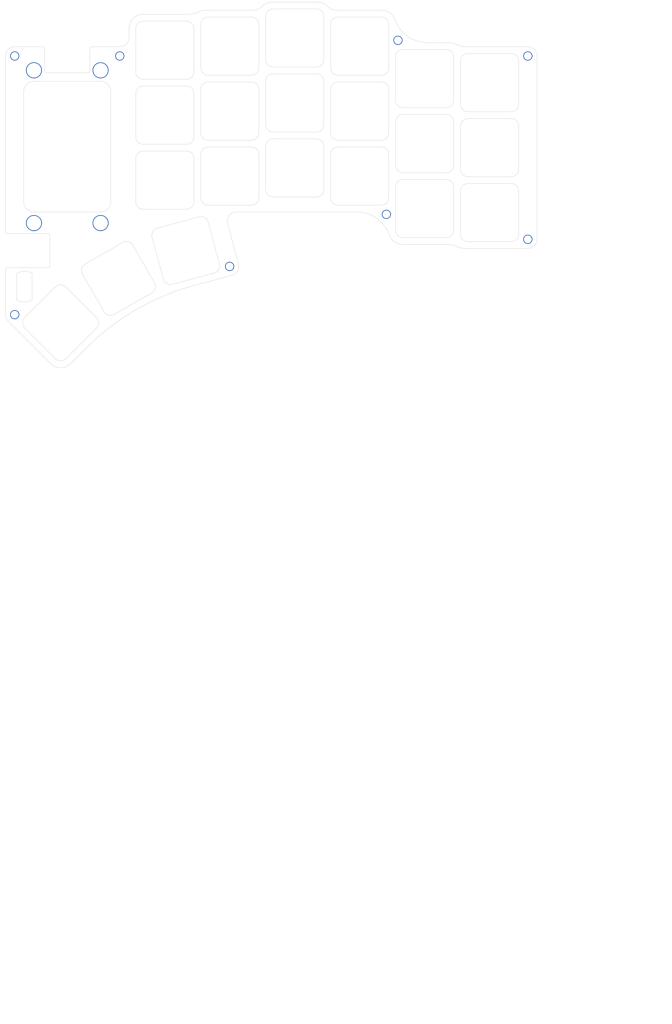
<source format=kicad_pcb>
(kicad_pcb (version 20221018) (generator pcbnew)
  (layers (0 "F.Cu" signal) (31 "B.Cu" signal) (34 "B.Paste" user) (35 "F.Paste" user) (36 "B.SilkS" user "B.Silkscreen") (37 "F.SilkS" user "F.Silkscreen") (38 "B.Mask" user) (39 "F.Mask" user) (44 "Edge.Cuts" user))
  (net 0 "")
  (footprint "DreaM117er-keebLibrary:MAC8_TH0816-XX-M2-NPTHhole" (layer "F.Cu") (at 92.434334 49.580513)
    (fp_text reference "S11" hide)
    (fp_text value "M2-0.8mm")
    (pad "" thru_hole circle (at 0 0) (size 4.7 4.7) (drill 4.2) (layers "*.Cu" "*.Mask"))
  )
  (footprint "MountingHole:MountingHole_2.2mm_M2_DIN965" (layer "F.Cu") (at 199.21945 40.789513 45)
    (fp_text reference "S3" hide)
    (fp_text value "M2-0.8mm")
    (pad "" thru_hole circle (at 0 0 45) (size 2.7 2.7) (drill 2.2) (layers "*.Cu" "*.Mask"))
  )
  (footprint "DreaM117er-keebLibrary:SW_Kailh_PG1316S_Hole_1.00u" (layer "F.Cu") (at 226.094902 72.255513)
    (fp_text reference "H2")
    (fp_text value "PG1316S")
    (fp_line (start -8.525 6.375) (end -8.525 -6.375) (stroke (width 0.1)) (layer "Edge.Cuts"))
    (fp_line (start -6.375 8.525) (end 6.375 8.525) (stroke (width 0.1)) (layer "Edge.Cuts"))
    (fp_line (start 6.375 -8.525) (end -6.375 -8.525) (stroke (width 0.1)) (layer "Edge.Cuts"))
    (fp_line (start 8.525 6.375) (end 8.525 -6.375) (stroke (width 0.1)) (layer "Edge.Cuts"))
    (fp_arc (start -8.525 -6.375) (mid -7.89528 -7.89528) (end -6.375 -8.525) (stroke (width 0.1)) (layer "Edge.Cuts"))
    (fp_arc (start -6.375 8.525) (mid -7.89528 7.89528) (end -8.525 6.375) (stroke (width 0.1)) (layer "Edge.Cuts"))
    (fp_arc (start 6.375 -8.525) (mid 7.89528 -7.89528) (end 8.525 -6.375) (stroke (width 0.1)) (layer "Edge.Cuts"))
    (fp_arc (start 8.525 6.375) (mid 7.89528 7.89528) (end 6.375 8.525) (stroke (width 0.1)) (layer "Edge.Cuts"))
  )
  (footprint "DreaM117er-keebLibrary:MAC8_TH0816-XX-M2-NPTHhole" (layer "F.Cu") (at 92.434334 94.368513)
    (fp_text reference "S12" hide)
    (fp_text value "M2-0.8mm")
    (pad "" thru_hole circle (at 0 0) (size 4.7 4.7) (drill 4.2) (layers "*.Cu" "*.Mask"))
  )
  (footprint "DreaM117er-keebLibrary:SW_Kailh_PG1316S_Hole_1.00u" (layer "F.Cu") (at 168.944902 59.158513)
    (fp_text reference "H11")
    (fp_text value "PG1316S")
    (fp_line (start -8.525 6.375) (end -8.525 -6.375) (stroke (width 0.1)) (layer "Edge.Cuts"))
    (fp_line (start -6.375 8.525) (end 6.375 8.525) (stroke (width 0.1)) (layer "Edge.Cuts"))
    (fp_line (start 6.375 -8.525) (end -6.375 -8.525) (stroke (width 0.1)) (layer "Edge.Cuts"))
    (fp_line (start 8.525 6.375) (end 8.525 -6.375) (stroke (width 0.1)) (layer "Edge.Cuts"))
    (fp_arc (start -8.525 -6.375) (mid -7.89528 -7.89528) (end -6.375 -8.525) (stroke (width 0.1)) (layer "Edge.Cuts"))
    (fp_arc (start -6.375 8.525) (mid -7.89528 7.89528) (end -8.525 6.375) (stroke (width 0.1)) (layer "Edge.Cuts"))
    (fp_arc (start 6.375 -8.525) (mid 7.89528 -7.89528) (end 8.525 -6.375) (stroke (width 0.1)) (layer "Edge.Cuts"))
    (fp_arc (start 8.525 6.375) (mid 7.89528 7.89528) (end 6.375 8.525) (stroke (width 0.1)) (layer "Edge.Cuts"))
  )
  (footprint "DreaM117er-keebLibrary:SW_Kailh_PG1316S_Hole_1.00u" (layer "F.Cu") (at 149.894902 61.539513)
    (fp_text reference "H15")
    (fp_text value "PG1316S")
    (fp_line (start -8.525 6.375) (end -8.525 -6.375) (stroke (width 0.1)) (layer "Edge.Cuts"))
    (fp_line (start -6.375 8.525) (end 6.375 8.525) (stroke (width 0.1)) (layer "Edge.Cuts"))
    (fp_line (start 6.375 -8.525) (end -6.375 -8.525) (stroke (width 0.1)) (layer "Edge.Cuts"))
    (fp_line (start 8.525 6.375) (end 8.525 -6.375) (stroke (width 0.1)) (layer "Edge.Cuts"))
    (fp_arc (start -8.525 -6.375) (mid -7.89528 -7.89528) (end -6.375 -8.525) (stroke (width 0.1)) (layer "Edge.Cuts"))
    (fp_arc (start -6.375 8.525) (mid -7.89528 7.89528) (end -8.525 6.375) (stroke (width 0.1)) (layer "Edge.Cuts"))
    (fp_arc (start 6.375 -8.525) (mid 7.89528 -7.89528) (end 8.525 -6.375) (stroke (width 0.1)) (layer "Edge.Cuts"))
    (fp_arc (start 8.525 6.375) (mid 7.89528 7.89528) (end 6.375 8.525) (stroke (width 0.1)) (layer "Edge.Cuts"))
  )
  (footprint "DreaM117er-keebLibrary:SW_Kailh_PG1316S_Hole_1.00u" (layer "F.Cu") (at 130.844902 81.780513)
    (fp_text reference "H20")
    (fp_text value "PG1316S")
    (fp_line (start -8.525 6.375) (end -8.525 -6.375) (stroke (width 0.1)) (layer "Edge.Cuts"))
    (fp_line (start -6.375 8.525) (end 6.375 8.525) (stroke (width 0.1)) (layer "Edge.Cuts"))
    (fp_line (start 6.375 -8.525) (end -6.375 -8.525) (stroke (width 0.1)) (layer "Edge.Cuts"))
    (fp_line (start 8.525 6.375) (end 8.525 -6.375) (stroke (width 0.1)) (layer "Edge.Cuts"))
    (fp_arc (start -8.525 -6.375) (mid -7.89528 -7.89528) (end -6.375 -8.525) (stroke (width 0.1)) (layer "Edge.Cuts"))
    (fp_arc (start -6.375 8.525) (mid -7.89528 7.89528) (end -8.525 6.375) (stroke (width 0.1)) (layer "Edge.Cuts"))
    (fp_arc (start 6.375 -8.525) (mid 7.89528 -7.89528) (end 8.525 -6.375) (stroke (width 0.1)) (layer "Edge.Cuts"))
    (fp_arc (start 8.525 6.375) (mid 7.89528 7.89528) (end 6.375 8.525) (stroke (width 0.1)) (layer "Edge.Cuts"))
  )
  (footprint "DreaM117er-keebLibrary:SW_Kailh_PG1316S_Hole_1.00u" (layer "F.Cu") (at 100.265611 123.62 45)
    (fp_text reference "H21")
    (fp_text value "PG1316S")
    (fp_line (start -8.525 6.375) (end -8.525 -6.375) (stroke (width 0.1)) (layer "Edge.Cuts"))
    (fp_line (start -6.375 8.525) (end 6.375 8.525) (stroke (width 0.1)) (layer "Edge.Cuts"))
    (fp_line (start 6.375 -8.525) (end -6.375 -8.525) (stroke (width 0.1)) (layer "Edge.Cuts"))
    (fp_line (start 8.525 6.375) (end 8.525 -6.375) (stroke (width 0.1)) (layer "Edge.Cuts"))
    (fp_arc (start -8.525 -6.375) (mid -7.89528 -7.89528) (end -6.375 -8.525) (stroke (width 0.1)) (layer "Edge.Cuts"))
    (fp_arc (start -6.375 8.525) (mid -7.89528 7.89528) (end -8.525 6.375) (stroke (width 0.1)) (layer "Edge.Cuts"))
    (fp_arc (start 6.375 -8.525) (mid 7.89528 -7.89528) (end 8.525 -6.375) (stroke (width 0.1)) (layer "Edge.Cuts"))
    (fp_arc (start 8.525 6.375) (mid 7.89528 7.89528) (end 6.375 8.525) (stroke (width 0.1)) (layer "Edge.Cuts"))
  )
  (footprint "DreaM117er-keebLibrary:MAC8_TH0816-XX-M2-NPTHhole" (layer "F.Cu") (at 111.98145 49.580513)
    (fp_text reference "S9" hide)
    (fp_text value "M2-0.8mm")
    (pad "" thru_hole circle (at 0 0) (size 4.7 4.7) (drill 4.2) (layers "*.Cu" "*.Mask"))
  )
  (footprint "MountingHole:MountingHole_2.2mm_M2_DIN965" (layer "F.Cu") (at 237.31945 99.130513)
    (fp_text reference "S5" hide)
    (fp_text value "M2-0.8mm")
    (pad "" thru_hole circle (at 0 0) (size 2.7 2.7) (drill 2.2) (layers "*.Cu" "*.Mask"))
  )
  (footprint "DreaM117er-keebLibrary:SW_Kailh_PG1316S_Hole_1.00u" (layer "F.Cu") (at 187.994902 61.539513)
    (fp_text reference "H8")
    (fp_text value "PG1316S")
    (fp_line (start -8.525 6.375) (end -8.525 -6.375) (stroke (width 0.1)) (layer "Edge.Cuts"))
    (fp_line (start -6.375 8.525) (end 6.375 8.525) (stroke (width 0.1)) (layer "Edge.Cuts"))
    (fp_line (start 6.375 -8.525) (end -6.375 -8.525) (stroke (width 0.1)) (layer "Edge.Cuts"))
    (fp_line (start 8.525 6.375) (end 8.525 -6.375) (stroke (width 0.1)) (layer "Edge.Cuts"))
    (fp_arc (start -8.525 -6.375) (mid -7.89528 -7.89528) (end -6.375 -8.525) (stroke (width 0.1)) (layer "Edge.Cuts"))
    (fp_arc (start -6.375 8.525) (mid -7.89528 7.89528) (end -8.525 6.375) (stroke (width 0.1)) (layer "Edge.Cuts"))
    (fp_arc (start 6.375 -8.525) (mid 7.89528 -7.89528) (end 8.525 -6.375) (stroke (width 0.1)) (layer "Edge.Cuts"))
    (fp_arc (start 8.525 6.375) (mid 7.89528 7.89528) (end 6.375 8.525) (stroke (width 0.1)) (layer "Edge.Cuts"))
  )
  (footprint "DreaM117er-keebLibrary:SW_Kailh_PG1316S_Hole_1.00u" (layer "F.Cu") (at 168.944902 40.108513)
    (fp_text reference "H10")
    (fp_text value "PG1316S")
    (fp_line (start -8.525 6.375) (end -8.525 -6.375) (stroke (width 0.1)) (layer "Edge.Cuts"))
    (fp_line (start -6.375 8.525) (end 6.375 8.525) (stroke (width 0.1)) (layer "Edge.Cuts"))
    (fp_line (start 6.375 -8.525) (end -6.375 -8.525) (stroke (width 0.1)) (layer "Edge.Cuts"))
    (fp_line (start 8.525 6.375) (end 8.525 -6.375) (stroke (width 0.1)) (layer "Edge.Cuts"))
    (fp_arc (start -8.525 -6.375) (mid -7.89528 -7.89528) (end -6.375 -8.525) (stroke (width 0.1)) (layer "Edge.Cuts"))
    (fp_arc (start -6.375 8.525) (mid -7.89528 7.89528) (end -8.525 6.375) (stroke (width 0.1)) (layer "Edge.Cuts"))
    (fp_arc (start 6.375 -8.525) (mid 7.89528 -7.89528) (end 8.525 -6.375) (stroke (width 0.1)) (layer "Edge.Cuts"))
    (fp_arc (start 8.525 6.375) (mid 7.89528 7.89528) (end 6.375 8.525) (stroke (width 0.1)) (layer "Edge.Cuts"))
  )
  (footprint "DreaM117er-keebLibrary:SW_Kailh_PG1316S_Hole_1.00u" (layer "F.Cu") (at 130.844902 62.730513)
    (fp_text reference "H19")
    (fp_text value "PG1316S")
    (fp_line (start -8.525 6.375) (end -8.525 -6.375) (stroke (width 0.1)) (layer "Edge.Cuts"))
    (fp_line (start -6.375 8.525) (end 6.375 8.525) (stroke (width 0.1)) (layer "Edge.Cuts"))
    (fp_line (start 6.375 -8.525) (end -6.375 -8.525) (stroke (width 0.1)) (layer "Edge.Cuts"))
    (fp_line (start 8.525 6.375) (end 8.525 -6.375) (stroke (width 0.1)) (layer "Edge.Cuts"))
    (fp_arc (start -8.525 -6.375) (mid -7.89528 -7.89528) (end -6.375 -8.525) (stroke (width 0.1)) (layer "Edge.Cuts"))
    (fp_arc (start -6.375 8.525) (mid -7.89528 7.89528) (end -8.525 6.375) (stroke (width 0.1)) (layer "Edge.Cuts"))
    (fp_arc (start 6.375 -8.525) (mid 7.89528 -7.89528) (end 8.525 -6.375) (stroke (width 0.1)) (layer "Edge.Cuts"))
    (fp_arc (start 8.525 6.375) (mid 7.89528 7.89528) (end 6.375 8.525) (stroke (width 0.1)) (layer "Edge.Cuts"))
  )
  (footprint "MountingHole:MountingHole_2.2mm_M2_DIN965" (layer "F.Cu") (at 149.837246 107.082069 15)
    (fp_text reference "S7" hide)
    (fp_text value "M2-0.8mm")
    (pad "" thru_hole circle (at 0 0 15) (size 2.7 2.7) (drill 2.2) (layers "*.Cu" "*.Mask"))
  )
  (footprint "DreaM117er-keebLibrary:SW_Kailh_PG1316S_Hole_1.00u" (layer "F.Cu") (at 130.844902 43.680513)
    (fp_text reference "H18")
    (fp_text value "PG1316S")
    (fp_line (start -8.525 6.375) (end -8.525 -6.375) (stroke (width 0.1)) (layer "Edge.Cuts"))
    (fp_line (start -6.375 8.525) (end 6.375 8.525) (stroke (width 0.1)) (layer "Edge.Cuts"))
    (fp_line (start 6.375 -8.525) (end -6.375 -8.525) (stroke (width 0.1)) (layer "Edge.Cuts"))
    (fp_line (start 8.525 6.375) (end 8.525 -6.375) (stroke (width 0.1)) (layer "Edge.Cuts"))
    (fp_arc (start -8.525 -6.375) (mid -7.89528 -7.89528) (end -6.375 -8.525) (stroke (width 0.1)) (layer "Edge.Cuts"))
    (fp_arc (start -6.375 8.525) (mid -7.89528 7.89528) (end -8.525 6.375) (stroke (width 0.1)) (layer "Edge.Cuts"))
    (fp_arc (start 6.375 -8.525) (mid 7.89528 -7.89528) (end 8.525 -6.375) (stroke (width 0.1)) (layer "Edge.Cuts"))
    (fp_arc (start 8.525 6.375) (mid 7.89528 7.89528) (end 6.375 8.525) (stroke (width 0.1)) (layer "Edge.Cuts"))
  )
  (footprint "MountingHole:MountingHole_2.2mm_M2_DIN965" (layer "F.Cu") (at 86.795334 121.215729 135)
    (fp_text reference "S8" hide)
    (fp_text value "M2-0.8mm")
    (pad "" thru_hole circle (at 0 0 135) (size 2.7 2.7) (drill 2.2) (layers "*.Cu" "*.Mask"))
  )
  (footprint "DreaM117er-keebLibrary:SW_Kailh_PG1316S_Hole_1.00u" (layer "F.Cu") (at 149.894902 42.489513)
    (fp_text reference "H14")
    (fp_text value "PG1316S")
    (fp_line (start -8.525 6.375) (end -8.525 -6.375) (stroke (width 0.1)) (layer "Edge.Cuts"))
    (fp_line (start -6.375 8.525) (end 6.375 8.525) (stroke (width 0.1)) (layer "Edge.Cuts"))
    (fp_line (start 6.375 -8.525) (end -6.375 -8.525) (stroke (width 0.1)) (layer "Edge.Cuts"))
    (fp_line (start 8.525 6.375) (end 8.525 -6.375) (stroke (width 0.1)) (layer "Edge.Cuts"))
    (fp_arc (start -8.525 -6.375) (mid -7.89528 -7.89528) (end -6.375 -8.525) (stroke (width 0.1)) (layer "Edge.Cuts"))
    (fp_arc (start -6.375 8.525) (mid -7.89528 7.89528) (end -8.525 6.375) (stroke (width 0.1)) (layer "Edge.Cuts"))
    (fp_arc (start 6.375 -8.525) (mid 7.89528 -7.89528) (end 8.525 -6.375) (stroke (width 0.1)) (layer "Edge.Cuts"))
    (fp_arc (start 8.525 6.375) (mid 7.89528 7.89528) (end 6.375 8.525) (stroke (width 0.1)) (layer "Edge.Cuts"))
  )
  (footprint "DreaM117er-keebLibrary:SW_Kailh_PG1316S_Hole_1.00u" (layer "F.Cu") (at 168.944902 78.208513)
    (fp_text reference "H12")
    (fp_text value "PG1316S")
    (fp_line (start -8.525 6.375) (end -8.525 -6.375) (stroke (width 0.1)) (layer "Edge.Cuts"))
    (fp_line (start -6.375 8.525) (end 6.375 8.525) (stroke (width 0.1)) (layer "Edge.Cuts"))
    (fp_line (start 6.375 -8.525) (end -6.375 -8.525) (stroke (width 0.1)) (layer "Edge.Cuts"))
    (fp_line (start 8.525 6.375) (end 8.525 -6.375) (stroke (width 0.1)) (layer "Edge.Cuts"))
    (fp_arc (start -8.525 -6.375) (mid -7.89528 -7.89528) (end -6.375 -8.525) (stroke (width 0.1)) (layer "Edge.Cuts"))
    (fp_arc (start -6.375 8.525) (mid -7.89528 7.89528) (end -8.525 6.375) (stroke (width 0.1)) (layer "Edge.Cuts"))
    (fp_arc (start 6.375 -8.525) (mid 7.89528 -7.89528) (end 8.525 -6.375) (stroke (width 0.1)) (layer "Edge.Cuts"))
    (fp_arc (start 8.525 6.375) (mid 7.89528 7.89528) (end 6.375 8.525) (stroke (width 0.1)) (layer "Edge.Cuts"))
  )
  (footprint "DreaM117er-keebLibrary:SW_Kailh_PG1316S_Hole_1.00u" (layer "F.Cu") (at 187.994902 42.489513)
    (fp_text reference "H7")
    (fp_text value "PG1316S")
    (fp_line (start -8.525 6.375) (end -8.525 -6.375) (stroke (width 0.1)) (layer "Edge.Cuts"))
    (fp_line (start -6.375 8.525) (end 6.375 8.525) (stroke (width 0.1)) (layer "Edge.Cuts"))
    (fp_line (start 6.375 -8.525) (end -6.375 -8.525) (stroke (width 0.1)) (layer "Edge.Cuts"))
    (fp_line (start 8.525 6.375) (end 8.525 -6.375) (stroke (width 0.1)) (layer "Edge.Cuts"))
    (fp_arc (start -8.525 -6.375) (mid -7.89528 -7.89528) (end -6.375 -8.525) (stroke (width 0.1)) (layer "Edge.Cuts"))
    (fp_arc (start -6.375 8.525) (mid -7.89528 7.89528) (end -8.525 6.375) (stroke (width 0.1)) (layer "Edge.Cuts"))
    (fp_arc (start 6.375 -8.525) (mid 7.89528 -7.89528) (end 8.525 -6.375) (stroke (width 0.1)) (layer "Edge.Cuts"))
    (fp_arc (start 8.525 6.375) (mid 7.89528 7.89528) (end 6.375 8.525) (stroke (width 0.1)) (layer "Edge.Cuts"))
  )
  (footprint "DreaM117er-keebLibrary:SW_Kailh_PG1316S_Hole_1.00u" (layer "F.Cu") (at 117.222641 110.608361 30)
    (fp_text reference "H17")
    (fp_text value "PG1316S")
    (fp_line (start -8.525 6.375) (end -8.525 -6.375) (stroke (width 0.1)) (layer "Edge.Cuts"))
    (fp_line (start -6.375 8.525) (end 6.375 8.525) (stroke (width 0.1)) (layer "Edge.Cuts"))
    (fp_line (start 6.375 -8.525) (end -6.375 -8.525) (stroke (width 0.1)) (layer "Edge.Cuts"))
    (fp_line (start 8.525 6.375) (end 8.525 -6.375) (stroke (width 0.1)) (layer "Edge.Cuts"))
    (fp_arc (start -8.525 -6.375) (mid -7.89528 -7.89528) (end -6.375 -8.525) (stroke (width 0.1)) (layer "Edge.Cuts"))
    (fp_arc (start -6.375 8.525) (mid -7.89528 7.89528) (end -8.525 6.375) (stroke (width 0.1)) (layer "Edge.Cuts"))
    (fp_arc (start 6.375 -8.525) (mid 7.89528 -7.89528) (end 8.525 -6.375) (stroke (width 0.1)) (layer "Edge.Cuts"))
    (fp_arc (start 8.525 6.375) (mid 7.89528 7.89528) (end 6.375 8.525) (stroke (width 0.1)) (layer "Edge.Cuts"))
  )
  (footprint "DreaM117er-keebLibrary:SW_Kailh_PG1316S_Hole_1.00u" (layer "F.Cu") (at 226.094902 53.205513)
    (fp_text reference "H1")
    (fp_text value "PG1316S")
    (fp_line (start -8.525 6.375) (end -8.525 -6.375) (stroke (width 0.1)) (layer "Edge.Cuts"))
    (fp_line (start -6.375 8.525) (end 6.375 8.525) (stroke (width 0.1)) (layer "Edge.Cuts"))
    (fp_line (start 6.375 -8.525) (end -6.375 -8.525) (stroke (width 0.1)) (layer "Edge.Cuts"))
    (fp_line (start 8.525 6.375) (end 8.525 -6.375) (stroke (width 0.1)) (layer "Edge.Cuts"))
    (fp_arc (start -8.525 -6.375) (mid -7.89528 -7.89528) (end -6.375 -8.525) (stroke (width 0.1)) (layer "Edge.Cuts"))
    (fp_arc (start -6.375 8.525) (mid -7.89528 7.89528) (end -8.525 6.375) (stroke (width 0.1)) (layer "Edge.Cuts"))
    (fp_arc (start 6.375 -8.525) (mid 7.89528 -7.89528) (end 8.525 -6.375) (stroke (width 0.1)) (layer "Edge.Cuts"))
    (fp_arc (start 8.525 6.375) (mid 7.89528 7.89528) (end 6.375 8.525) (stroke (width 0.1)) (layer "Edge.Cuts"))
  )
  (footprint "DreaM117er-keebLibrary:SW_Kailh_PG1316S_Hole_1.00u" (layer "F.Cu") (at 136.969359 102.429459 15)
    (fp_text reference "H13")
    (fp_text value "PG1316S")
    (fp_line (start -8.525 6.375) (end -8.525 -6.375) (stroke (width 0.1)) (layer "Edge.Cuts"))
    (fp_line (start -6.375 8.525) (end 6.375 8.525) (stroke (width 0.1)) (layer "Edge.Cuts"))
    (fp_line (start 6.375 -8.525) (end -6.375 -8.525) (stroke (width 0.1)) (layer "Edge.Cuts"))
    (fp_line (start 8.525 6.375) (end 8.525 -6.375) (stroke (width 0.1)) (layer "Edge.Cuts"))
    (fp_arc (start -8.525 -6.375) (mid -7.89528 -7.89528) (end -6.375 -8.525) (stroke (width 0.1)) (layer "Edge.Cuts"))
    (fp_arc (start -6.375 8.525) (mid -7.89528 7.89528) (end -8.525 6.375) (stroke (width 0.1)) (layer "Edge.Cuts"))
    (fp_arc (start 6.375 -8.525) (mid 7.89528 -7.89528) (end 8.525 -6.375) (stroke (width 0.1)) (layer "Edge.Cuts"))
    (fp_arc (start 8.525 6.375) (mid 7.89528 7.89528) (end 6.375 8.525) (stroke (width 0.1)) (layer "Edge.Cuts"))
  )
  (footprint "DreaM117er-keebLibrary:SW_Kailh_PG1316S_Hole_1.00u" (layer "F.Cu") (at 226.094902 91.305513)
    (fp_text reference "H3")
    (fp_text value "PG1316S")
    (fp_line (start -8.525 6.375) (end -8.525 -6.375) (stroke (width 0.1)) (layer "Edge.Cuts"))
    (fp_line (start -6.375 8.525) (end 6.375 8.525) (stroke (width 0.1)) (layer "Edge.Cuts"))
    (fp_line (start 6.375 -8.525) (end -6.375 -8.525) (stroke (width 0.1)) (layer "Edge.Cuts"))
    (fp_line (start 8.525 6.375) (end 8.525 -6.375) (stroke (width 0.1)) (layer "Edge.Cuts"))
    (fp_arc (start -8.525 -6.375) (mid -7.89528 -7.89528) (end -6.375 -8.525) (stroke (width 0.1)) (layer "Edge.Cuts"))
    (fp_arc (start -6.375 8.525) (mid -7.89528 7.89528) (end -8.525 6.375) (stroke (width 0.1)) (layer "Edge.Cuts"))
    (fp_arc (start 6.375 -8.525) (mid 7.89528 -7.89528) (end 8.525 -6.375) (stroke (width 0.1)) (layer "Edge.Cuts"))
    (fp_arc (start 8.525 6.375) (mid 7.89528 7.89528) (end 6.375 8.525) (stroke (width 0.1)) (layer "Edge.Cuts"))
  )
  (footprint "DreaM117er-keebLibrary:MAC8_TH0816-XX-M2-NPTHhole" (layer "F.Cu") (at 111.98145 94.368513)
    (fp_text reference "S10" hide)
    (fp_text value "M2-0.8mm")
    (pad "" thru_hole circle (at 0 0) (size 4.7 4.7) (drill 4.2) (layers "*.Cu" "*.Mask"))
  )
  (footprint "DreaM117er-keebLibrary:SW_Kailh_PG1316S_Hole_1.00u" (layer "F.Cu") (at 187.994902 80.589513)
    (fp_text reference "H9")
    (fp_text value "PG1316S")
    (fp_line (start -8.525 6.375) (end -8.525 -6.375) (stroke (width 0.1)) (layer "Edge.Cuts"))
    (fp_line (start -6.375 8.525) (end 6.375 8.525) (stroke (width 0.1)) (layer "Edge.Cuts"))
    (fp_line (start 6.375 -8.525) (end -6.375 -8.525) (stroke (width 0.1)) (layer "Edge.Cuts"))
    (fp_line (start 8.525 6.375) (end 8.525 -6.375) (stroke (width 0.1)) (layer "Edge.Cuts"))
    (fp_arc (start -8.525 -6.375) (mid -7.89528 -7.89528) (end -6.375 -8.525) (stroke (width 0.1)) (layer "Edge.Cuts"))
    (fp_arc (start -6.375 8.525) (mid -7.89528 7.89528) (end -8.525 6.375) (stroke (width 0.1)) (layer "Edge.Cuts"))
    (fp_arc (start 6.375 -8.525) (mid 7.89528 -7.89528) (end 8.525 -6.375) (stroke (width 0.1)) (layer "Edge.Cuts"))
    (fp_arc (start 8.525 6.375) (mid 7.89528 7.89528) (end 6.375 8.525) (stroke (width 0.1)) (layer "Edge.Cuts"))
  )
  (footprint "DreaM117er-keebLibrary:SW_Kailh_PG1316S_Hole_1.00u" (layer "F.Cu") (at 149.894902 80.589513)
    (fp_text reference "H16")
    (fp_text value "PG1316S")
    (fp_line (start -8.525 6.375) (end -8.525 -6.375) (stroke (width 0.1)) (layer "Edge.Cuts"))
    (fp_line (start -6.375 8.525) (end 6.375 8.525) (stroke (width 0.1)) (layer "Edge.Cuts"))
    (fp_line (start 6.375 -8.525) (end -6.375 -8.525) (stroke (width 0.1)) (layer "Edge.Cuts"))
    (fp_line (start 8.525 6.375) (end 8.525 -6.375) (stroke (width 0.1)) (layer "Edge.Cuts"))
    (fp_arc (start -8.525 -6.375) (mid -7.89528 -7.89528) (end -6.375 -8.525) (stroke (width 0.1)) (layer "Edge.Cuts"))
    (fp_arc (start -6.375 8.525) (mid -7.89528 7.89528) (end -8.525 6.375) (stroke (width 0.1)) (layer "Edge.Cuts"))
    (fp_arc (start 6.375 -8.525) (mid 7.89528 -7.89528) (end 8.525 -6.375) (stroke (width 0.1)) (layer "Edge.Cuts"))
    (fp_arc (start 8.525 6.375) (mid 7.89528 7.89528) (end 6.375 8.525) (stroke (width 0.1)) (layer "Edge.Cuts"))
  )
  (footprint "MountingHole:MountingHole_2.2mm_M2_DIN965" (layer "F.Cu") (at 86.795334 45.380513)
    (fp_text reference "S1" hide)
    (fp_text value "M2-0.8mm")
    (pad "" thru_hole circle (at 0 0) (size 2.7 2.7) (drill 2.2) (layers "*.Cu" "*.Mask"))
  )
  (footprint "DreaM117er-keebLibrary:SW_Kailh_PG1316S_Hole_1.00u" (layer "F.Cu") (at 207.044902 90.114513)
    (fp_text reference "H6")
    (fp_text value "PG1316S")
    (fp_line (start -8.525 6.375) (end -8.525 -6.375) (stroke (width 0.1)) (layer "Edge.Cuts"))
    (fp_line (start -6.375 8.525) (end 6.375 8.525) (stroke (width 0.1)) (layer "Edge.Cuts"))
    (fp_line (start 6.375 -8.525) (end -6.375 -8.525) (stroke (width 0.1)) (layer "Edge.Cuts"))
    (fp_line (start 8.525 6.375) (end 8.525 -6.375) (stroke (width 0.1)) (layer "Edge.Cuts"))
    (fp_arc (start -8.525 -6.375) (mid -7.89528 -7.89528) (end -6.375 -8.525) (stroke (width 0.1)) (layer "Edge.Cuts"))
    (fp_arc (start -6.375 8.525) (mid -7.89528 7.89528) (end -8.525 6.375) (stroke (width 0.1)) (layer "Edge.Cuts"))
    (fp_arc (start 6.375 -8.525) (mid 7.89528 -7.89528) (end 8.525 -6.375) (stroke (width 0.1)) (layer "Edge.Cuts"))
    (fp_arc (start 8.525 6.375) (mid 7.89528 7.89528) (end 6.375 8.525) (stroke (width 0.1)) (layer "Edge.Cuts"))
  )
  (footprint "MountingHole:MountingHole_2.2mm_M2_DIN965" (layer "F.Cu") (at 195.820352 91.814513 -135)
    (fp_text reference "S6" hide)
    (fp_text value "M2-0.8mm")
    (pad "" thru_hole circle (at 0 0 225) (size 2.7 2.7) (drill 2.2) (layers "*.Cu" "*.Mask"))
  )
  (footprint "MountingHole:MountingHole_2.2mm_M2_DIN965" (layer "F.Cu") (at 117.62045 45.380513)
    (fp_text reference "S2" hide)
    (fp_text value "M2-0.8mm")
    (pad "" thru_hole circle (at 0 0) (size 2.7 2.7) (drill 2.2) (layers "*.Cu" "*.Mask"))
  )
  (footprint "DreaM117er-keebLibrary:SW_Kailh_PG1316S_Hole_1.00u" (layer "F.Cu") (at 207.044902 52.014513)
    (fp_text reference "H4")
    (fp_text value "PG1316S")
    (fp_line (start -8.525 6.375) (end -8.525 -6.375) (stroke (width 0.1)) (layer "Edge.Cuts"))
    (fp_line (start -6.375 8.525) (end 6.375 8.525) (stroke (width 0.1)) (layer "Edge.Cuts"))
    (fp_line (start 6.375 -8.525) (end -6.375 -8.525) (stroke (width 0.1)) (layer "Edge.Cuts"))
    (fp_line (start 8.525 6.375) (end 8.525 -6.375) (stroke (width 0.1)) (layer "Edge.Cuts"))
    (fp_arc (start -8.525 -6.375) (mid -7.89528 -7.89528) (end -6.375 -8.525) (stroke (width 0.1)) (layer "Edge.Cuts"))
    (fp_arc (start -6.375 8.525) (mid -7.89528 7.89528) (end -8.525 6.375) (stroke (width 0.1)) (layer "Edge.Cuts"))
    (fp_arc (start 6.375 -8.525) (mid 7.89528 -7.89528) (end 8.525 -6.375) (stroke (width 0.1)) (layer "Edge.Cuts"))
    (fp_arc (start 8.525 6.375) (mid 7.89528 7.89528) (end 6.375 8.525) (stroke (width 0.1)) (layer "Edge.Cuts"))
  )
  (footprint "MountingHole:MountingHole_2.2mm_M2_DIN965" (layer "F.Cu") (at 237.31945 45.380513)
    (fp_text reference "S4" hide)
    (fp_text value "M2-0.8mm")
    (pad "" thru_hole circle (at 0 0) (size 2.7 2.7) (drill 2.2) (layers "*.Cu" "*.Mask"))
  )
  (footprint "DreaM117er-keebLibrary:SW_Kailh_PG1316S_Hole_1.00u" (layer "F.Cu") (at 207.044902 71.064513)
    (fp_text reference "H5")
    (fp_text value "PG1316S")
    (fp_line (start -8.525 6.375) (end -8.525 -6.375) (stroke (width 0.1)) (layer "Edge.Cuts"))
    (fp_line (start -6.375 8.525) (end 6.375 8.525) (stroke (width 0.1)) (layer "Edge.Cuts"))
    (fp_line (start 6.375 -8.525) (end -6.375 -8.525) (stroke (width 0.1)) (layer "Edge.Cuts"))
    (fp_line (start 8.525 6.375) (end 8.525 -6.375) (stroke (width 0.1)) (layer "Edge.Cuts"))
    (fp_arc (start -8.525 -6.375) (mid -7.89528 -7.89528) (end -6.375 -8.525) (stroke (width 0.1)) (layer "Edge.Cuts"))
    (fp_arc (start -6.375 8.525) (mid -7.89528 7.89528) (end -8.525 6.375) (stroke (width 0.1)) (layer "Edge.Cuts"))
    (fp_arc (start 6.375 -8.525) (mid 7.89528 -7.89528) (end 8.525 -6.375) (stroke (width 0.1)) (layer "Edge.Cuts"))
    (fp_arc (start 8.525 6.375) (mid 7.89528 7.89528) (end 6.375 8.525) (stroke (width 0.1)) (layer "Edge.Cuts"))
  )
  (gr_line (start 114.98145 55.824513) (end 114.98145 88.124515) (stroke (width 0.1)) (layer "Edge.Cuts"))
  (gr_line (start 111.98145 52.824513) (end 92.43445 52.824513) (stroke (width 0.1)) (layer "Edge.Cuts"))
  (gr_arc (start 95.09045 42.680513) (mid 95.444003 42.82696) (end 95.59045 43.180513) (stroke (width 0.1)) (layer "Edge.Cuts"))
  (gr_arc (start 237.31945 42.680513) (mid 239.228976 43.471455) (end 240.019905 45.380968) (stroke (width 0.1)) (layer "Edge.Cuts"))
  (gr_line (start 237.31945 42.680513) (end 219.269905 42.680058) (stroke (width 0.1)) (layer "Edge.Cuts"))
  (gr_arc (start 175.769902 29.583513) (mid 177.24532 29.894331) (end 178.469902 30.774013) (stroke (width 0.1)) (layer "Edge.Cuts"))
  (gr_line (start 89.43445 55.824513) (end 89.43445 88.124515) (stroke (width 0.1)) (layer "Edge.Cuts"))
  (gr_line (start 240.019905 99.130513) (end 240.019905 45.380968) (stroke (width 0.1)) (layer "Edge.Cuts"))
  (gr_arc (start 207.79445 41.489513) (mid 202.135808 39.664571) (end 198.42445 35.019513) (stroke (width 0.1)) (layer "Edge.Cuts"))
  (gr_line (start 156.719902 31.964513) (end 143.069905 31.964968) (stroke (width 0.1)) (layer "Edge.Cuts"))
  (gr_arc (start 140.369902 32.560013) (mid 139.052298 33.004542) (end 137.669899 33.155058) (stroke (width 0.1)) (layer "Edge.Cuts"))
  (gr_arc (start 103.200101 135.570104) (mid 100.26561 136.78561) (end 97.331118 135.570104) (stroke (width 0.1)) (layer "Edge.Cuts"))
  (gr_arc (start 181.169902 31.964513) (mid 179.694507 31.653662) (end 178.469902 30.774013) (stroke (width 0.1)) (layer "Edge.Cuts"))
  (gr_line (start 108.32445 50.310513) (end 96.09045 50.310513) (stroke (width 0.1)) (layer "Edge.Cuts"))
  (gr_line (start 194.369902 31.964513) (end 181.169902 31.964513) (stroke (width 0.1)) (layer "Edge.Cuts"))
  (gr_arc (start 213.869899 41.489968) (mid 215.252294 41.640503) (end 216.569902 42.085013) (stroke (width 0.1)) (layer "Edge.Cuts"))
  (gr_line (start 95.09045 42.680513) (end 86.79545 42.680058) (stroke (width 0.1)) (layer "Edge.Cuts"))
  (gr_arc (start 89.43445 55.824513) (mid 90.313122 53.703167) (end 92.43445 52.824513) (stroke (width 0.1)) (layer "Edge.Cuts"))
  (gr_arc (start 159.419902 30.774013) (mid 160.644494 29.894335) (end 162.119902 29.583513) (stroke (width 0.1)) (layer "Edge.Cuts"))
  (gr_line (start 213.869899 41.489968) (end 207.79445 41.489513) (stroke (width 0.1)) (layer "Edge.Cuts"))
  (gr_arc (start 240.019905 99.130513) (mid 239.22896 101.040023) (end 237.31945 101.830968) (stroke (width 0.1)) (layer "Edge.Cuts"))
  (gr_line (start 96.595 107.463) (end 84.595 107.463) (stroke (width 0.1)) (layer "Edge.Cuts"))
  (gr_line (start 84.595 97.463) (end 96.595 97.463) (stroke (width 0.1)) (layer "Edge.Cuts"))
  (gr_line (start 84.886038 123.125025) (end 97.331118 135.570104) (stroke (width 0.1)) (layer "Edge.Cuts"))
  (gr_arc (start 92.43445 91.124515) (mid 90.313121 90.245825) (end 89.43445 88.124515) (stroke (width 0.1)) (layer "Edge.Cuts"))
  (gr_line (start 91.89145 109.0984) (end 91.89145 116.892626) (stroke (width 0.1)) (layer "Edge.Cuts"))
  (gr_line (start 162.119902 29.583513) (end 175.769902 29.583513) (stroke (width 0.1)) (layer "Edge.Cuts"))
  (gr_line (start 151.87145 91.113107) (end 187.245352 91.113603) (stroke (width 0.1)) (layer "Edge.Cuts"))
  (gr_arc (start 140.369902 32.560013) (mid 141.687508 32.115499) (end 143.069905 31.964968) (stroke (width 0.1)) (layer "Edge.Cuts"))
  (gr_arc (start 107.707909 131.062297) (mid 122.485033 119.723344) (end 139.693167 112.594849) (stroke (width 0.1)) (layer "Edge.Cuts"))
  (gr_line (start 152.445104 106.382731) (end 149.26345 94.511918) (stroke (width 0.1)) (layer "Edge.Cuts"))
  (gr_arc (start 97.095 106.963) (mid 96.948553 107.316553) (end 96.595 107.463) (stroke (width 0.1)) (layer "Edge.Cuts"))
  (gr_line (start 139.693167 112.594849) (end 150.535477 109.689661) (stroke (width 0.1)) (layer "Edge.Cuts"))
  (gr_line (start 120.319902 37.305511) (end 120.32 39.980998) (stroke (width 0.1)) (layer "Edge.Cuts"))
  (gr_arc (start 84.095 107.963) (mid 84.241447 107.609447) (end 84.595 107.463) (stroke (width 0.1)) (layer "Edge.Cuts"))
  (gr_line (start 95.59045 49.810513) (end 95.59045 43.180513) (stroke (width 0.1)) (layer "Edge.Cuts"))
  (gr_arc (start 219.269905 42.680058) (mid 217.887504 42.529543) (end 216.569902 42.085013) (stroke (width 0.1)) (layer "Edge.Cuts"))
  (gr_line (start 84.095335 121.215729) (end 84.095 107.963) (stroke (width 0.1)) (layer "Edge.Cuts"))
  (gr_line (start 97.095 97.963) (end 97.095 106.963) (stroke (width 0.1)) (layer "Edge.Cuts"))
  (gr_arc (start 87.39145 109.0984) (mid 89.64145 108.495514) (end 91.89145 109.0984) (stroke (width 0.1)) (layer "Edge.Cuts"))
  (gr_line (start 219.269905 101.830058) (end 237.31945 101.830514) (stroke (width 0.1)) (layer "Edge.Cuts"))
  (gr_arc (start 149.26345 94.511918) (mid 149.729399 92.169456) (end 151.87145 91.113107) (stroke (width 0.1)) (layer "Edge.Cuts"))
  (gr_arc (start 120.32 39.980998) (mid 119.52906 41.890516) (end 117.619545 42.681453) (stroke (width 0.1)) (layer "Edge.Cuts"))
  (gr_line (start 87.39145 109.0984) (end 87.39145 116.892626) (stroke (width 0.1)) (layer "Edge.Cuts"))
  (gr_line (start 108.824545 43.180998) (end 108.82445 49.810513) (stroke (width 0.1)) (layer "Edge.Cuts"))
  (gr_arc (start 200.6699 100.639513) (mid 198.131592 99.790256) (end 196.615352 97.584513) (stroke (width 0.1)) (layer "Edge.Cuts"))
  (gr_arc (start 194.369902 31.964513) (mid 196.908258 32.813732) (end 198.42445 35.019513) (stroke (width 0.1)) (layer "Edge.Cuts"))
  (gr_arc (start 213.869899 100.639968) (mid 215.252294 100.790503) (end 216.569902 101.235013) (stroke (width 0.1)) (layer "Edge.Cuts"))
  (gr_arc (start 108.824545 43.180998) (mid 108.970992 42.827445) (end 109.324545 42.680998) (stroke (width 0.1)) (layer "Edge.Cuts"))
  (gr_arc (start 219.269905 101.830058) (mid 217.88751 101.679524) (end 216.569902 101.235013) (stroke (width 0.1)) (layer "Edge.Cuts"))
  (gr_arc (start 84.595 97.463) (mid 84.241447 97.316553) (end 84.095 96.963) (stroke (width 0.1)) (layer "Edge.Cuts"))
  (gr_arc (start 84.094995 45.380513) (mid 84.88594 43.471003) (end 86.79545 42.680058) (stroke (width 0.1)) (layer "Edge.Cuts"))
  (gr_line (start 137.669899 33.155058) (end 124.4699 33.155513) (stroke (width 0.1)) (layer "Edge.Cuts"))
  (gr_line (start 117.619545 42.681453) (end 109.324545 42.680998) (stroke (width 0.1)) (layer "Edge.Cuts"))
  (gr_arc (start 114.98145 88.124515) (mid 114.102768 90.245843) (end 111.98145 91.124515) (stroke (width 0.1)) (layer "Edge.Cuts"))
  (gr_arc (start 159.419902 30.774013) (mid 158.19531 31.653693) (end 156.719902 31.964513) (stroke (width 0.1)) (layer "Edge.Cuts"))
  (gr_arc (start 187.245352 91.113603) (mid 192.904041 92.939142) (end 196.615352 97.584513) (stroke (width 0.1)) (layer "Edge.Cuts"))
  (gr_arc (start 120.319902 37.305511) (mid 121.535406 34.371003) (end 124.4699 33.155513) (stroke (width 0.1)) (layer "Edge.Cuts"))
  (gr_arc (start 96.09045 50.310513) (mid 95.736897 50.164066) (end 95.59045 49.810513) (stroke (width 0.1)) (layer "Edge.Cuts"))
  (gr_line (start 84.094995 45.380513) (end 84.095 96.963) (stroke (width 0.1)) (layer "Edge.Cuts"))
  (gr_arc (start 108.82445 49.810513) (mid 108.678003 50.164066) (end 108.32445 50.310513) (stroke (width 0.1)) (layer "Edge.Cuts"))
  (gr_line (start 103.200101 135.570104) (end 107.707909 131.062297) (stroke (width 0.1)) (layer "Edge.Cuts"))
  (gr_arc (start 91.89145 116.892626) (mid 89.64145 117.495512) (end 87.39145 116.892626) (stroke (width 0.1)) (layer "Edge.Cuts"))
  (gr_arc (start 111.98145 52.824513) (mid 114.102798 53.703176) (end 114.98145 55.824513) (stroke (width 0.1)) (layer "Edge.Cuts"))
  (gr_arc (start 96.595 97.463) (mid 96.948553 97.609447) (end 97.095 97.963) (stroke (width 0.1)) (layer "Edge.Cuts"))
  (gr_arc (start 152.445104 106.382731) (mid 152.175303 108.431862) (end 150.535594 109.690099) (stroke (width 0.1)) (layer "Edge.Cuts"))
  (gr_line (start 213.869899 100.639968) (end 200.6699 100.639513) (stroke (width 0.1)) (layer "Edge.Cuts"))
  (gr_arc (start 84.886146 123.124917) (mid 84.300858 122.248974) (end 84.095335 121.215729) (stroke (width 0.1)) (layer "Edge.Cuts"))
  (gr_line (start 92.43445 91.124515) (end 111.98145 91.124515) (stroke (width 0.1)) (layer "Edge.Cuts"))
)
</source>
